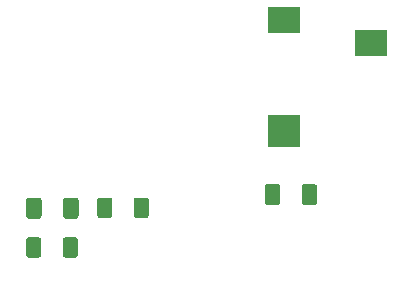
<source format=gbr>
%TF.GenerationSoftware,KiCad,Pcbnew,(5.1.7)-1*%
%TF.CreationDate,2020-10-31T04:10:28-07:00*%
%TF.ProjectId,daughter_board,64617567-6874-4657-925f-626f6172642e,rev?*%
%TF.SameCoordinates,Original*%
%TF.FileFunction,Paste,Top*%
%TF.FilePolarity,Positive*%
%FSLAX46Y46*%
G04 Gerber Fmt 4.6, Leading zero omitted, Abs format (unit mm)*
G04 Created by KiCad (PCBNEW (5.1.7)-1) date 2020-10-31 04:10:28*
%MOMM*%
%LPD*%
G01*
G04 APERTURE LIST*
%ADD10R,2.800000X2.200000*%
%ADD11R,2.800000X2.800000*%
G04 APERTURE END LIST*
%TO.C,C1*%
G36*
G01*
X128550001Y-91875002D02*
X128550001Y-90575000D01*
G75*
G02*
X128800000Y-90325001I249999J0D01*
G01*
X129625002Y-90325001D01*
G75*
G02*
X129875001Y-90575000I0J-249999D01*
G01*
X129875001Y-91875002D01*
G75*
G02*
X129625002Y-92125001I-249999J0D01*
G01*
X128800000Y-92125001D01*
G75*
G02*
X128550001Y-91875002I0J249999D01*
G01*
G37*
G36*
G01*
X131675001Y-91875002D02*
X131675001Y-90575000D01*
G75*
G02*
X131925000Y-90325001I249999J0D01*
G01*
X132750002Y-90325001D01*
G75*
G02*
X133000001Y-90575000I0J-249999D01*
G01*
X133000001Y-91875002D01*
G75*
G02*
X132750002Y-92125001I-249999J0D01*
G01*
X131925000Y-92125001D01*
G75*
G02*
X131675001Y-91875002I0J249999D01*
G01*
G37*
%TD*%
%TO.C,C2*%
G36*
G01*
X151875001Y-90725002D02*
X151875001Y-89425000D01*
G75*
G02*
X152125000Y-89175001I249999J0D01*
G01*
X152950002Y-89175001D01*
G75*
G02*
X153200001Y-89425000I0J-249999D01*
G01*
X153200001Y-90725002D01*
G75*
G02*
X152950002Y-90975001I-249999J0D01*
G01*
X152125000Y-90975001D01*
G75*
G02*
X151875001Y-90725002I0J249999D01*
G01*
G37*
G36*
G01*
X148750001Y-90725002D02*
X148750001Y-89425000D01*
G75*
G02*
X149000000Y-89175001I249999J0D01*
G01*
X149825002Y-89175001D01*
G75*
G02*
X150075001Y-89425000I0J-249999D01*
G01*
X150075001Y-90725002D01*
G75*
G02*
X149825002Y-90975001I-249999J0D01*
G01*
X149000000Y-90975001D01*
G75*
G02*
X148750001Y-90725002I0J249999D01*
G01*
G37*
%TD*%
D10*
%TO.C,J1*%
X157795001Y-77275001D03*
X150395001Y-75275001D03*
D11*
X150395001Y-84675001D03*
%TD*%
%TO.C,R1*%
G36*
G01*
X134555001Y-91820001D02*
X134555001Y-90570001D01*
G75*
G02*
X134805001Y-90320001I250000J0D01*
G01*
X135605001Y-90320001D01*
G75*
G02*
X135855001Y-90570001I0J-250000D01*
G01*
X135855001Y-91820001D01*
G75*
G02*
X135605001Y-92070001I-250000J0D01*
G01*
X134805001Y-92070001D01*
G75*
G02*
X134555001Y-91820001I0J250000D01*
G01*
G37*
G36*
G01*
X137655001Y-91820001D02*
X137655001Y-90570001D01*
G75*
G02*
X137905001Y-90320001I250000J0D01*
G01*
X138705001Y-90320001D01*
G75*
G02*
X138955001Y-90570001I0J-250000D01*
G01*
X138955001Y-91820001D01*
G75*
G02*
X138705001Y-92070001I-250000J0D01*
G01*
X137905001Y-92070001D01*
G75*
G02*
X137655001Y-91820001I0J250000D01*
G01*
G37*
%TD*%
%TO.C,R2*%
G36*
G01*
X131645001Y-95170001D02*
X131645001Y-93920001D01*
G75*
G02*
X131895001Y-93670001I250000J0D01*
G01*
X132695001Y-93670001D01*
G75*
G02*
X132945001Y-93920001I0J-250000D01*
G01*
X132945001Y-95170001D01*
G75*
G02*
X132695001Y-95420001I-250000J0D01*
G01*
X131895001Y-95420001D01*
G75*
G02*
X131645001Y-95170001I0J250000D01*
G01*
G37*
G36*
G01*
X128545001Y-95170001D02*
X128545001Y-93920001D01*
G75*
G02*
X128795001Y-93670001I250000J0D01*
G01*
X129595001Y-93670001D01*
G75*
G02*
X129845001Y-93920001I0J-250000D01*
G01*
X129845001Y-95170001D01*
G75*
G02*
X129595001Y-95420001I-250000J0D01*
G01*
X128795001Y-95420001D01*
G75*
G02*
X128545001Y-95170001I0J250000D01*
G01*
G37*
%TD*%
M02*

</source>
